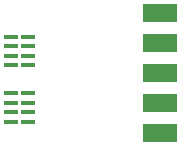
<source format=gbr>
%TF.GenerationSoftware,KiCad,Pcbnew,(5.1.9-0-10_14)*%
%TF.CreationDate,2021-02-21T16:58:23+08:00*%
%TF.ProjectId,stlinkv21_jlinkob,73746c69-6e6b-4763-9231-5f6a6c696e6b,rev?*%
%TF.SameCoordinates,Original*%
%TF.FileFunction,Paste,Bot*%
%TF.FilePolarity,Positive*%
%FSLAX46Y46*%
G04 Gerber Fmt 4.6, Leading zero omitted, Abs format (unit mm)*
G04 Created by KiCad (PCBNEW (5.1.9-0-10_14)) date 2021-02-21 16:58:23*
%MOMM*%
%LPD*%
G01*
G04 APERTURE LIST*
%ADD10R,1.200000X0.400000*%
%ADD11R,2.999994X1.519936*%
G04 APERTURE END LIST*
D10*
%TO.C,RN4*%
X134600000Y-91410000D03*
X134600000Y-90610000D03*
X134600000Y-89810000D03*
X134600000Y-89010000D03*
X136000000Y-91410000D03*
X136000000Y-89010000D03*
X136000000Y-90610000D03*
X136000000Y-89810000D03*
%TD*%
%TO.C,RN3*%
X134600000Y-86610000D03*
X134600000Y-85810000D03*
X134600000Y-85010000D03*
X134600000Y-84210000D03*
X136000000Y-86610000D03*
X136000000Y-84210000D03*
X136000000Y-85810000D03*
X136000000Y-85010000D03*
%TD*%
D11*
%TO.C,J4*%
X147199394Y-92329746D03*
X147199394Y-89789746D03*
X147199394Y-87249746D03*
X147199394Y-84709746D03*
X147199394Y-82169746D03*
%TD*%
M02*

</source>
